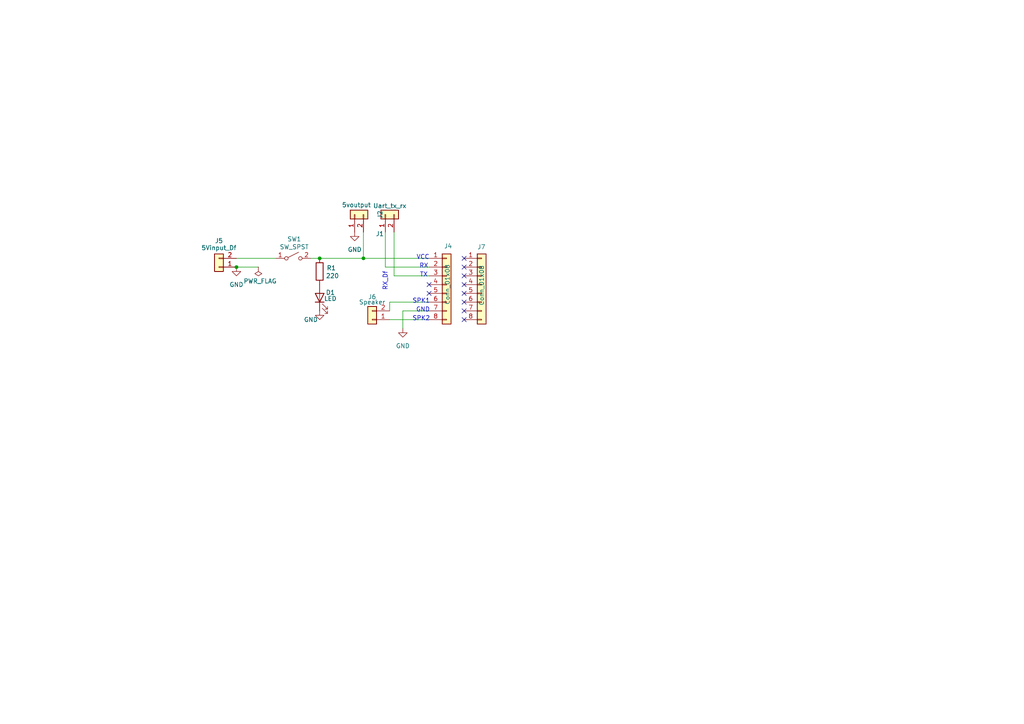
<source format=kicad_sch>
(kicad_sch (version 20250114) (generator "eeschema") (generator_version "9.0")
  (paper "A4")
  (lib_symbols
    (symbol "Connector_Generic:Conn_01x02" (pin_names (offset 1.016) (hide yes))
      (property "Reference" "J" (at 0 2.54 0))
      (property "Value" "Conn_01x02" (at 0 -5.08 0))
      (symbol "Conn_01x02_1_1"
        (rectangle (start -1.27 1.27) (end 1.27 -3.81) (stroke (width 0.254)) (fill (type background)))
        (rectangle (start -1.27 0.127) (end 0 -0.127) (stroke (width 0.1524)))
        (rectangle (start -1.27 -2.413) (end 0 -2.667) (stroke (width 0.1524)))
        (pin passive line (at -5.08 0 0) (length 3.81) (name "Pin_1") (number "1"))
        (pin passive line (at -5.08 -2.54 0) (length 3.81) (name "Pin_2") (number "2"))
      )
    )
    (symbol "Connector_Generic:Conn_01x08" (pin_names (offset 1.016) (hide yes))
      (property "Reference" "J" (at 0 10.16 0))
      (property "Value" "Conn_01x08" (at 0 -12.7 0))
      (symbol "Conn_01x08_1_1"
        (rectangle (start -1.27 8.89) (end 1.27 -11.43) (stroke (width 0.254)) (fill (type background)))
        (rectangle (start -1.27 7.747) (end 0 7.493) (stroke (width 0.1524)))
        (rectangle (start -1.27 5.207) (end 0 4.953) (stroke (width 0.1524)))
        (rectangle (start -1.27 2.667) (end 0 2.413) (stroke (width 0.1524)))
        (rectangle (start -1.27 0.127) (end 0 -0.127) (stroke (width 0.1524)))
        (rectangle (start -1.27 -2.413) (end 0 -2.667) (stroke (width 0.1524)))
        (rectangle (start -1.27 -4.953) (end 0 -5.207) (stroke (width 0.1524)))
        (rectangle (start -1.27 -7.493) (end 0 -7.747) (stroke (width 0.1524)))
        (rectangle (start -1.27 -10.033) (end 0 -10.287) (stroke (width 0.1524)))
        (pin passive line (at -5.08 7.62 0) (length 3.81) (name "Pin_1") (number "1"))
        (pin passive line (at -5.08 5.08 0) (length 3.81) (name "Pin_2") (number "2"))
        (pin passive line (at -5.08 2.54 0) (length 3.81) (name "Pin_3") (number "3"))
        (pin passive line (at -5.08 0 0) (length 3.81) (name "Pin_4") (number "4"))
        (pin passive line (at -5.08 -2.54 0) (length 3.81) (name "Pin_5") (number "5"))
        (pin passive line (at -5.08 -5.08 0) (length 3.81) (name "Pin_6") (number "6"))
        (pin passive line (at -5.08 -7.62 0) (length 3.81) (name "Pin_7") (number "7"))
        (pin passive line (at -5.08 -10.16 0) (length 3.81) (name "Pin_8") (number "8"))
      )
    )
    (symbol "Device:LED" (pin_numbers (hide yes)) (pin_names (offset 1.016) (hide yes))
      (property "Reference" "D" (at 0 2.54 0))
      (property "Value" "LED" (at 0 -2.54 0))
      (symbol "LED_0_1"
        (polyline (pts (xy -3.048 -0.762) (xy -4.572 -2.286) (xy -3.81 -2.286) (xy -4.572 -2.286) (xy -4.572 -1.524)))
        (polyline (pts (xy -1.778 -0.762) (xy -3.302 -2.286) (xy -2.54 -2.286) (xy -3.302 -2.286) (xy -3.302 -1.524)))
        (polyline (pts (xy -1.27 0) (xy 1.27 0)))
        (polyline (pts (xy -1.27 -1.27) (xy -1.27 1.27)) (stroke (width 0.254)))
        (polyline (pts (xy 1.27 -1.27) (xy 1.27 1.27) (xy -1.27 0) (xy 1.27 -1.27)) (stroke (width 0.254)))
      )
      (symbol "LED_1_1"
        (pin passive line (at -3.81 0 0) (length 2.54) (name "K") (number "1"))
        (pin passive line (at 3.81 0 180) (length 2.54) (name "A") (number "2"))
      )
    )
    (symbol "Device:R" (pin_numbers (hide yes)) (pin_names (offset 0))
      (property "Reference" "R" (at 2.032 0 90))
      (property "Value" "R" (at 0 0 90))
      (symbol "R_0_1"
        (rectangle (start -1.016 -2.54) (end 1.016 2.54) (stroke (width 0.254)))
      )
      (symbol "R_1_1"
        (pin passive line (at 0 3.81 270) (length 1.27) (name "~") (number "1"))
        (pin passive line (at 0 -3.81 90) (length 1.27) (name "~") (number "2"))
      )
    )
    (symbol "Switch:SW_SPST" (pin_names (offset 0) (hide yes))
      (property "Reference" "SW" (at 0 3.175 0))
      (property "Value" "SW_SPST" (at 0 -2.54 0))
      (symbol "SW_SPST_0_0"
        (circle (center -2.032 0) (radius 0.508))
        (polyline (pts (xy -1.524 0.254) (xy 1.524 1.778)))
        (circle (center 2.032 0) (radius 0.508))
      )
      (symbol "SW_SPST_1_1"
        (pin passive line (at -5.08 0 0) (length 2.54) (name "A") (number "1"))
        (pin passive line (at 5.08 0 180) (length 2.54) (name "B") (number "2"))
      )
    )
    (symbol "power:GND" (power) (pin_numbers (hide yes)) (pin_names (offset 0) (hide yes))
      (property "Value" "GND" (at 0 -3.81 0))
      (symbol "GND_0_1"
        (polyline (pts (xy 0 0) (xy 0 -1.27) (xy 1.27 -1.27) (xy 0 -2.54) (xy -1.27 -1.27) (xy 0 -1.27)))
      )
      (symbol "GND_1_1"
        (pin power_in line (at 0 0 270) (length 0) (name "~") (number "1"))
      )
    )
    (symbol "power:PWR_FLAG" (power) (pin_numbers (hide yes)) (pin_names (offset 0) (hide yes))
      (property "Value" "PWR_FLAG" (at 0 3.81 0))
      (symbol "PWR_FLAG_0_0"
        (pin power_out line (at 0 0 90) (length 0) (name "~") (number "1"))
      )
      (symbol "PWR_FLAG_0_1"
        (polyline (pts (xy 0 0) (xy 0 1.27) (xy -1.016 1.905) (xy 0 2.54) (xy 1.016 1.905) (xy 0 1.27)))
      )
    )
  )
  (text "SPK1" (at 122.174 87.376 0) (effects (font (size 1.27 1.27))))
  (text "GND" (at 122.682 89.916 0) (effects (font (size 1.27 1.27))))
  (text "RX" (at 122.936 77.216 0) (effects (font (size 1.27 1.27))))
  (text "SPK2" (at 122.174 92.456 0) (effects (font (size 1.27 1.27))))
  (text "VCC" (at 122.682 74.676 0) (effects (font (size 1.27 1.27))))
  (text "RX_Df" (at 111.76 81.534 90) (effects (font (size 1.27 1.27))))
  (text "TX" (at 122.936 79.756 0) (effects (font (size 1.27 1.27))))
  (junction (at 68.58 77.47))
  (junction (at 92.71 74.93))
  (junction (at 105.41 74.93))
  (no_connect (at 124.46 82.55))
  (no_connect (at 134.62 87.63))
  (no_connect (at 134.62 92.71))
  (no_connect (at 124.46 85.09))
  (no_connect (at 134.62 80.01))
  (no_connect (at 134.62 82.55))
  (no_connect (at 134.62 90.17))
  (no_connect (at 134.62 74.93))
  (no_connect (at 134.62 85.09))
  (no_connect (at 134.62 77.47))
  (wire (pts (xy 111.76 77.47) (xy 124.46 77.47)))
  (wire (pts (xy 92.71 74.93) (xy 105.41 74.93)))
  (wire (pts (xy 68.58 77.47) (xy 74.93 77.47)))
  (wire (pts (xy 116.84 90.17) (xy 116.84 95.25)))
  (wire (pts (xy 116.84 90.17) (xy 124.46 90.17)))
  (wire (pts (xy 90.17 74.93) (xy 92.71 74.93)))
  (wire (pts (xy 113.03 90.17) (xy 113.03 87.63)))
  (wire (pts (xy 111.76 77.47) (xy 111.76 67.31)))
  (wire (pts (xy 113.03 92.71) (xy 124.46 92.71)))
  (wire (pts (xy 68.58 74.93) (xy 80.01 74.93)))
  (wire (pts (xy 105.41 67.31) (xy 105.41 74.93)))
  (wire (pts (xy 114.3 80.01) (xy 124.46 80.01)))
  (wire (pts (xy 113.03 87.63) (xy 124.46 87.63)))
  (wire (pts (xy 114.3 67.31) (xy 114.3 80.01)))
  (wire (pts (xy 105.41 74.93) (xy 124.46 74.93)))
  (symbol (lib_id "power:GND") (at 116.84 95.25 0) (unit 1)
    (property "Reference" "#PWR03" (effects (hide yes)))
    (property "Value" "GND" (at 116.84 100.33 0))
    (property "Description" "Power symbol creates a global label with name \"GND\" , ground" (effects (hide yes)))
  )
  (symbol (lib_id "power:GND") (at 68.58 77.47 0) (unit 1)
    (property "Reference" "#PWR01" (effects (hide yes)))
    (property "Value" "GND" (at 68.58 82.55 0))
    (property "Description" "Power symbol creates a global label with name \"GND\" , ground" (effects (hide yes)))
  )
  (symbol (lib_id "Connector_Generic:Conn_01x02") (at 111.76 62.23 90) (unit 1)
    (property "Reference" "J1" (at 108.966 67.818 90) (effects (justify right)))
    (property "Value" "Uart_tx_rx" (at 108.204 59.69 90) (effects (justify right)))
    (property "Footprint" "Connector_JST:JST_PH_B2B-PH-K_1x02_P2.00mm_Vertical" (effects (hide yes)))
    (property "Description" "Generic connector, single row, 01x02, script generated (kicad-library-utils/schlib/autogen/connector/)" (effects (hide yes)))
  )
  (symbol (lib_id "Connector_Generic:Conn_01x08") (at 129.54 82.55 0) (unit 1)
    (property "Reference" "J4" (at 128.778 71.374 0) (effects (justify left)))
    (property "Value" "Conn_01x08" (at 129.794 88.392 90) (effects (justify left)))
    (property "Footprint" "Connector_PinHeader_2.54mm:PinHeader_1x08_P2.54mm_Vertical" (effects (hide yes)))
    (property "Description" "Generic connector, single row, 01x08, script generated (kicad-library-utils/schlib/autogen/connector/)" (effects (hide yes)))
  )
  (symbol (lib_id "Device:R") (at 92.71 78.74 0) (unit 1)
    (property "Reference" "R1" (at 94.742 77.724 0) (effects (justify left)))
    (property "Value" "220" (at 94.488 80.01 0) (effects (justify left)))
    (property "Footprint" "Resistor_SMD:R_0805_2012Metric" (effects (hide yes)))
    (property "Description" "Resistor" (effects (hide yes)))
  )
  (symbol (lib_id "Connector_Generic:Conn_01x08") (at 139.7 82.55 0) (unit 1)
    (property "Reference" "J7" (at 138.43 71.628 0) (effects (justify left)))
    (property "Value" "Conn_01x08" (at 139.7 88.646 90) (effects (justify left)))
    (property "Footprint" "Connector_PinHeader_2.54mm:PinHeader_1x08_P2.54mm_Vertical" (effects (hide yes)))
    (property "Description" "Generic connector, single row, 01x08, script generated (kicad-library-utils/schlib/autogen/connector/)" (effects (hide yes)))
  )
  (symbol (lib_id "power:PWR_FLAG") (at 74.93 77.47 180) (unit 1)
    (property "Reference" "#FLG01" (effects (hide yes)))
    (property "Value" "PWR_FLAG" (at 75.438 81.534 0))
    (property "Description" "Special symbol for telling ERC where power comes from" (effects (hide yes)))
  )
  (symbol (lib_id "power:GND") (at 102.87 67.31 0) (unit 1)
    (property "Reference" "#PWR04" (effects (hide yes)))
    (property "Value" "GND" (at 102.87 72.39 0))
    (property "Description" "Power symbol creates a global label with name \"GND\" , ground" (effects (hide yes)))
  )
  (symbol (lib_id "Connector_Generic:Conn_01x02") (at 107.95 92.71 180) (unit 1)
    (property "Reference" "J6" (at 107.95 86.106 0))
    (property "Value" "Speaker" (at 107.95 87.63 0))
    (property "Footprint" "Connector_JST:JST_PH_B2B-PH-K_1x02_P2.00mm_Vertical" (effects (hide yes)))
    (property "Description" "Generic connector, single row, 01x02, script generated (kicad-library-utils/schlib/autogen/connector/)" (effects (hide yes)))
  )
  (symbol (lib_id "Connector_Generic:Conn_01x02") (at 63.5 77.47 180) (unit 1)
    (property "Reference" "J5" (at 63.5 69.85 0))
    (property "Value" "5Vinput_Df" (at 63.5 71.882 0))
    (property "Footprint" "Connector_JST:JST_PH_B2B-PH-K_1x02_P2.00mm_Vertical" (effects (hide yes)))
    (property "Description" "Generic connector, single row, 01x02, script generated (kicad-library-utils/schlib/autogen/connector/)" (effects (hide yes)))
  )
  (symbol (lib_id "Switch:SW_SPST") (at 85.09 74.93 0) (unit 1)
    (property "Reference" "SW1" (at 85.344 69.342 0))
    (property "Value" "SW_SPST" (at 85.344 71.628 0))
    (property "Footprint" "Button_Switch_SMD:SW_SPST_PTS645Sx43SMTR92" (effects (hide yes)))
    (property "Description" "Single Pole Single Throw (SPST) switch" (effects (hide yes)))
  )
  (symbol (lib_id "Device:LED") (at 92.71 86.36 90) (unit 1)
    (property "Reference" "D1" (at 94.488 84.836 90) (effects (justify right)))
    (property "Value" "LED" (at 93.98 86.614 90) (effects (justify right)))
    (property "Footprint" "LED_SMD:LED_0805_2012Metric" (effects (hide yes)))
    (property "Description" "Light emitting diode" (effects (hide yes)))
    (property "Sim.Pins" "1=K 2=A" (effects (hide yes)))
  )
  (symbol (lib_id "Connector_Generic:Conn_01x02") (at 102.87 62.23 90) (unit 1)
    (property "Reference" "J2" (at 110.236 62.23 0))
    (property "Value" "5voutput" (at 103.378 59.436 90))
    (property "Footprint" "Connector_JST:JST_PH_B2B-PH-K_1x02_P2.00mm_Vertical" (effects (hide yes)))
    (property "Description" "Generic connector, single row, 01x02, script generated (kicad-library-utils/schlib/autogen/connector/)" (effects (hide yes)))
  )
  (symbol (lib_id "power:GND") (at 92.71 90.17 0) (unit 1)
    (property "Reference" "#PWR02" (effects (hide yes)))
    (property "Value" "GND" (at 90.17 92.71 0))
    (property "Description" "Power symbol creates a global label with name \"GND\" , ground" (effects (hide yes)))
  )
)
</source>
